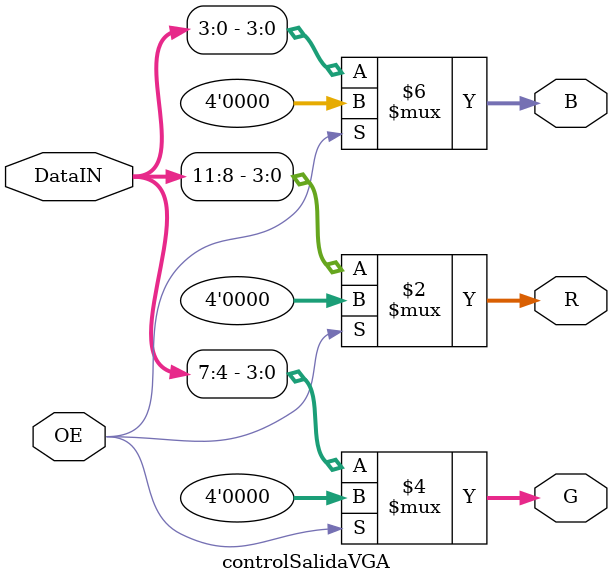
<source format=v>
`timescale 1ns / 1ps
module controlSalidaVGA(
		input [11:0] DataIN,
		input OE,
		output [3:0] R,
		output [3:0] G,
		output [3:0] B
    );

	 assign R = OE ? 3'b000 : DataIN[11:8];
	 assign G = OE ? 3'b000 : DataIN[7:4];
	 assign B = OE ? 3'b000 : DataIN[3:0];
	
endmodule

</source>
